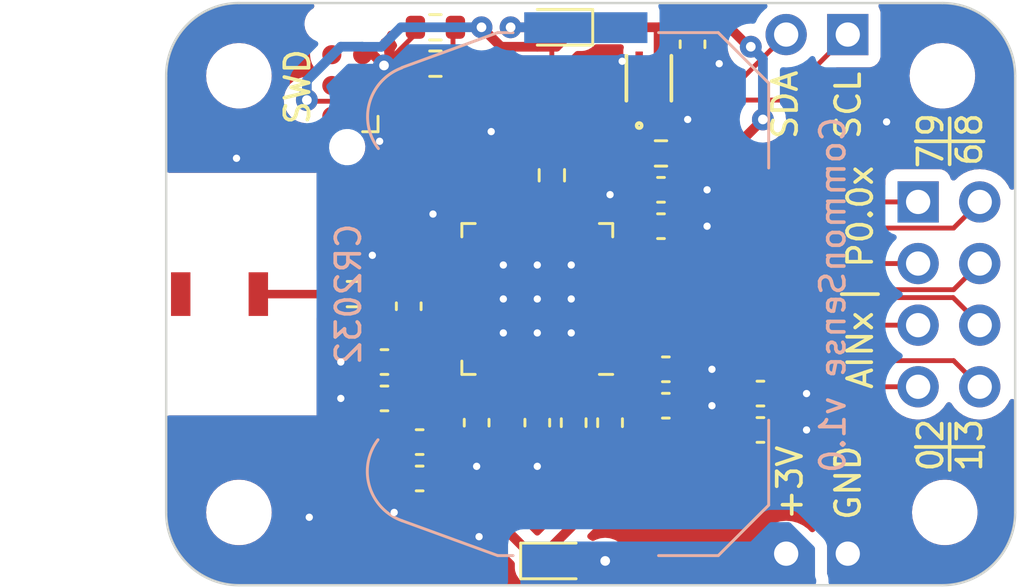
<source format=kicad_pcb>
(kicad_pcb (version 20221018) (generator pcbnew)
  (layers (0 "F.Cu" signal) (31 "B.Cu" signal) (34 "B.Paste" user) (35 "F.Paste" user) (36 "B.SilkS" user "B.Silkscreen") (37 "F.SilkS" user "F.Silkscreen") (38 "B.Mask" user) (39 "F.Mask" user) (44 "Edge.Cuts" user))
  (net 0 "")
  (net 1 "/RF")
  (net 2 "GND")
  (net 3 "/XL1")
  (net 4 "/XL2")
  (net 5 "/DEC1")
  (net 6 "/DEC4")
  (net 7 "/DEC3")
  (net 8 "/DEC2")
  (net 9 "/XC1")
  (net 10 "/XC2")
  (net 11 "/ANT")
  (net 12 "/LED_RES")
  (net 13 "/STATUS_LED")
  (net 14 "/P0.09")
  (net 15 "/P0.08")
  (net 16 "/P0.07")
  (net 17 "/P0.06")
  (net 18 "/AIN3")
  (net 19 "/AIN2")
  (net 20 "/AIN1")
  (net 21 "/AIN0")
  (net 32 "/SWDCLK")
  (net 33 "/SWDIO")
  (net 43 "/SDA")
  (net 44 "/SCL")
  (net 46 "/NRESET")
  (net 47 "/DCC")
  (net 48 "/L_MID")
  (net 49 "+BATT")
  (net 50 "+3V0")
  (footprint "Diode_SMD:D_0603_1608Metric" (layer "F.Cu") (at 152.1 57 180)
    (fp_text reference "D3" hide)
    (fp_text value "CDBU0130L-HF " hide)
    (fp_line (start -1.485 -0.735) (end -1.485 0.735) (stroke (width 0.12)) (layer "F.SilkS"))
    (fp_line (start -1.485 0.735) (end 0.8 0.735) (stroke (width 0.12)) (layer "F.SilkS"))
    (fp_line (start 0.8 -0.735) (end -1.485 -0.735) (stroke (width 0.12)) (layer "F.SilkS"))
    (pad "1" smd roundrect (at -0.7875 0 180) (size 0.875 0.95) (layers "F.Cu" "F.Paste" "F.Mask") (net 50 "+3V0"))
    (pad "2" smd roundrect (at 0.7875 0 180) (size 0.875 0.95) (layers "F.Cu" "F.Paste" "F.Mask") (net 49 "+BATT"))
  )
  (footprint "Connector_PinHeader_2.54mm:PinHeader_1x02_P2.54mm_Vertical" (layer "F.Cu") (at 164.1 78.7 -90)
    (fp_text reference "J2" hide)
    (fp_text value "Conn_01x02" hide)
    (pad "1" thru_hole rect locked (at 0 0 270) (size 1.7 1.7) (drill 1) (layers "*.Cu" "*.Mask") (net 2 "GND"))
    (pad "2" thru_hole oval locked (at 0 2.54 270) (size 1.7 1.7) (drill 1) (layers "*.Cu" "*.Mask") (net 49 "+BATT"))
  )
  (footprint "Capacitor_SMD:C_0603_1608Metric" (layer "F.Cu") (at 156.4 63.7 180)
    (fp_text reference "C14" hide)
    (fp_text value "1u" hide)
    (fp_line (start -0.14058 -0.51) (end 0.14058 -0.51) (stroke (width 0.12)) (layer "F.SilkS"))
    (fp_line (start -0.14058 0.51) (end 0.14058 0.51) (stroke (width 0.12)) (layer "F.SilkS"))
    (pad "1" smd roundrect (at -0.775 0 180) (size 0.9 0.95) (layers "F.Cu" "F.Paste" "F.Mask") (net 2 "GND"))
    (pad "2" smd roundrect (at 0.775 0 180) (size 0.9 0.95) (layers "F.Cu" "F.Paste" "F.Mask") (net 50 "+3V0"))
  )
  (footprint "Capacitor_SMD:C_0603_1608Metric" (layer "F.Cu") (at 145 70.8 180)
    (fp_text reference "C9" hide)
    (fp_text value "N.C." hide)
    (fp_line (start -0.14058 -0.51) (end 0.14058 -0.51) (stroke (width 0.12)) (layer "F.SilkS"))
    (fp_line (start -0.14058 0.51) (end 0.14058 0.51) (stroke (width 0.12)) (layer "F.SilkS"))
    (pad "1" smd roundrect (at -0.775 0 180) (size 0.9 0.95) (layers "F.Cu" "F.Paste" "F.Mask") (net 8 "/DEC2"))
    (pad "2" smd roundrect (at 0.775 0 180) (size 0.9 0.95) (layers "F.Cu" "F.Paste" "F.Mask") (net 2 "GND"))
  )
  (footprint "Capacitor_SMD:C_0603_1608Metric" (layer "F.Cu") (at 156.6 71.1 180)
    (fp_text reference "C3" hide)
    (fp_text value "100n" hide)
    (fp_line (start -0.14058 -0.51) (end 0.14058 -0.51) (stroke (width 0.12)) (layer "F.SilkS"))
    (fp_line (start -0.14058 0.51) (end 0.14058 0.51) (stroke (width 0.12)) (layer "F.SilkS"))
    (pad "1" smd roundrect (at -0.775 0 180) (size 0.9 0.95) (layers "F.Cu" "F.Paste" "F.Mask") (net 2 "GND"))
    (pad "2" smd roundrect (at 0.775 0 180) (size 0.9 0.95) (layers "F.Cu" "F.Paste" "F.Mask") (net 5 "/DEC1"))
  )
  (footprint "Diode_SMD:D_0603_1608Metric" (layer "F.Cu") (at 152.1 79)
    (fp_text reference "D2" hide)
    (fp_text value "CDBU0130L-HF " hide)
    (fp_line (start -1.485 -0.735) (end -1.485 0.735) (stroke (width 0.12)) (layer "F.SilkS"))
    (fp_line (start -1.485 0.735) (end 0.8 0.735) (stroke (width 0.12)) (layer "F.SilkS"))
    (fp_line (start 0.8 -0.735) (end -1.485 -0.735) (stroke (width 0.12)) (layer "F.SilkS"))
    (pad "1" smd roundrect (at -0.7875 0) (size 0.875 0.95) (layers "F.Cu" "F.Paste" "F.Mask") (net 50 "+3V0"))
    (pad "2" smd roundrect (at 0.7875 0) (size 0.875 0.95) (layers "F.Cu" "F.Paste" "F.Mask") (net 49 "+BATT"))
  )
  (footprint "MountingHole:MountingHole_2.2mm_M2" (layer "F.Cu") (at 168.1 77)
    (fp_text reference "H4" hide)
    (fp_text value "MountingHole" hide)
    (pad "" np_thru_hole circle locked (at 0 0) (size 2.2 2.2) (drill 2.2) (layers "*.Cu" "*.Mask"))
  )
  (footprint "Inductor_SMD:L_0603_1608Metric" (layer "F.Cu") (at 154.3 73.3 90)
    (fp_text reference "L3" hide)
    (fp_text value "10uH" hide)
    (fp_line (start -0.162779 -0.51) (end 0.162779 -0.51) (stroke (width 0.12)) (layer "F.SilkS"))
    (fp_line (start -0.162779 0.51) (end 0.162779 0.51) (stroke (width 0.12)) (layer "F.SilkS"))
    (pad "1" smd roundrect (at -0.7875 0 90) (size 0.875 0.95) (layers "F.Cu" "F.Paste" "F.Mask") (net 48 "/L_MID"))
    (pad "2" smd roundrect (at 0.7875 0 90) (size 0.875 0.95) (layers "F.Cu" "F.Paste" "F.Mask") (net 47 "/DCC"))
  )
  (footprint "MountingHole:MountingHole_2.2mm_M2" (layer "F.Cu") (at 139 77)
    (fp_text reference "H1" hide)
    (fp_text value "MountingHole" hide)
    (pad "" np_thru_hole circle locked (at 0 0) (size 2.2 2.2) (drill 2.2) (layers "*.Cu" "*.Mask"))
  )
  (footprint "Connector_PinHeader_2.54mm:PinHeader_2x04_P2.54mm_Vertical" (layer "F.Cu") (at 167 64.2)
    (fp_text reference "J1" hide)
    (fp_text value "Conn_02x04_Counter_Clockwise" hide)
    (pad "1" thru_hole rect locked (at 0 0) (size 1.7 1.7) (drill 1) (layers "*.Cu" "*.Mask") (net 14 "/P0.09"))
    (pad "2" thru_hole oval locked (at 2.54 0) (size 1.7 1.7) (drill 1) (layers "*.Cu" "*.Mask") (net 15 "/P0.08"))
    (pad "3" thru_hole oval locked (at 0 2.54) (size 1.7 1.7) (drill 1) (layers "*.Cu" "*.Mask") (net 16 "/P0.07"))
    (pad "4" thru_hole oval locked (at 2.54 2.54) (size 1.7 1.7) (drill 1) (layers "*.Cu" "*.Mask") (net 17 "/P0.06"))
    (pad "5" thru_hole oval locked (at 0 5.08) (size 1.7 1.7) (drill 1) (layers "*.Cu" "*.Mask") (net 19 "/AIN2"))
    (pad "6" thru_hole oval locked (at 2.54 5.08) (size 1.7 1.7) (drill 1) (layers "*.Cu" "*.Mask") (net 18 "/AIN3"))
    (pad "7" thru_hole oval locked (at 0 7.62) (size 1.7 1.7) (drill 1) (layers "*.Cu" "*.Mask") (net 21 "/AIN0"))
    (pad "8" thru_hole oval locked (at 2.54 7.62) (size 1.7 1.7) (drill 1) (layers "*.Cu" "*.Mask") (net 20 "/AIN1"))
  )
  (footprint "encyclopedia_galactica:ECS-.327-12.5-12R-TR" (layer "F.Cu") (at 159.776228 75.227211 180)
    (fp_text reference "Y1" hide)
    (fp_text value " ECS-.327-12.5-12R-TR " hide)
    (pad "1" smd rect (at -0.7 0 180) (size 0.6 1.1) (layers "F.Cu" "F.Paste" "F.Mask") (net 4 "/XL2"))
    (pad "2" smd rect (at 0.7 0 180) (size 0.6 1.1) (layers "F.Cu" "F.Paste" "F.Mask") (net 3 "/XL1"))
  )
  (footprint "MountingHole:MountingHole_2.2mm_M2" (layer "F.Cu") (at 139 59)
    (fp_text reference "H2" hide)
    (fp_text value "MountingHole" hide)
    (pad "" np_thru_hole circle locked (at 0 0) (size 2.2 2.2) (drill 2.2) (layers "*.Cu" "*.Mask"))
  )
  (footprint "Connector_PinHeader_2.54mm:PinHeader_1x02_P2.54mm_Vertical" (layer "F.Cu") (at 164.1 57.3 -90)
    (fp_text reference "J3" hide)
    (fp_text value "Conn_01x02" hide)
    (pad "1" thru_hole rect locked (at 0 0 270) (size 1.7 1.7) (drill 1) (layers "*.Cu" "*.Mask") (net 44 "/SCL"))
    (pad "2" thru_hole oval locked (at 0 2.54 270) (size 1.7 1.7) (drill 1) (layers "*.Cu" "*.Mask") (net 43 "/SDA"))
  )
  (footprint "Resistor_SMD:R_0603_1608Metric" (layer "F.Cu") (at 147.1 57)
    (fp_text reference "D1" hide)
    (fp_text value "LED" hide)
    (fp_line (start -0.237258 -0.5225) (end 0.237258 -0.5225) (stroke (width 0.12)) (layer "F.SilkS"))
    (fp_line (start -0.237258 0.5225) (end 0.237258 0.5225) (stroke (width 0.12)) (layer "F.SilkS"))
    (pad "1" smd roundrect (at -0.825 0) (size 0.8 0.95) (layers "F.Cu" "F.Paste" "F.Mask") (net 2 "GND"))
    (pad "2" smd roundrect (at 0.825 0) (size 0.8 0.95) (layers "F.Cu" "F.Paste" "F.Mask") (net 12 "/LED_RES"))
  )
  (footprint "Package_DFN_QFN:QFN-48-1EP_6x6mm_P0.4mm_EP4.6x4.6mm" (layer "F.Cu") (at 151.3 68.2 180)
    (fp_text reference "U1" hide)
    (fp_text value "NRF52810-QFAA-R7" hide)
    (fp_line (start -3.11 3.11) (end -3.11 2.56) (stroke (width 0.12)) (layer "F.SilkS"))
    (fp_line (start -2.56 -3.11) (end -3.11 -3.11) (stroke (width 0.12)) (layer "F.SilkS"))
    (fp_line (start -2.56 3.11) (end -3.11 3.11) (stroke (width 0.12)) (layer "F.SilkS"))
    (fp_line (start 2.56 -3.11) (end 3.11 -3.11) (stroke (width 0.12)) (layer "F.SilkS"))
    (fp_line (start 2.56 3.11) (end 3.11 3.11) (stroke (width 0.12)) (layer "F.SilkS"))
    (fp_line (start 3.11 -3.11) (end 3.11 -2.56) (stroke (width 0.12)) (layer "F.SilkS"))
    (fp_line (start 3.11 3.11) (end 3.11 2.56) (stroke (width 0.12)) (layer "F.SilkS"))
    (pad "1" smd roundrect (at -2.95 -2.2 180) (size 0.8 0.2) (layers "F.Cu" "F.Paste" "F.Mask") (net 5 "/DEC1"))
    (pad "2" smd roundrect (at -2.95 -1.8 180) (size 0.8 0.2) (layers "F.Cu" "F.Paste" "F.Mask") (net 3 "/XL1"))
    (pad "3" smd roundrect (at -2.95 -1.4 180) (size 0.8 0.2) (layers "F.Cu" "F.Paste" "F.Mask") (net 4 "/XL2"))
    (pad "4" smd roundrect (at -2.95 -1 180) (size 0.8 0.2) (layers "F.Cu" "F.Paste" "F.Mask") (net 21 "/AIN0"))
    (pad "5" smd roundrect (at -2.95 -0.6 180) (size 0.8 0.2) (layers "F.Cu" "F.Paste" "F.Mask") (net 20 "/AIN1"))
    (pad "6" smd roundrect (at -2.95 -0.2 180) (size 0.8 0.2) (layers "F.Cu" "F.Paste" "F.Mask") (net 19 "/AIN2"))
    (pad "7" smd roundrect (at -2.95 0.2 180) (size 0.8 0.2) (layers "F.Cu" "F.Paste" "F.Mask") (net 18 "/AIN3"))
    (pad "8" smd roundrect (at -2.95 0.6 180) (size 0.8 0.2) (layers "F.Cu" "F.Paste" "F.Mask") (net 17 "/P0.06"))
    (pad "9" smd roundrect (at -2.95 1 180) (size 0.8 0.2) (layers "F.Cu" "F.Paste" "F.Mask") (net 16 "/P0.07"))
    (pad "10" smd roundrect (at -2.95 1.4 180) (size 0.8 0.2) (layers "F.Cu" "F.Paste" "F.Mask") (net 15 "/P0.08"))
    (pad "11" smd roundrect (at -2.95 1.8 180) (size 0.8 0.2) (layers "F.Cu" "F.Paste" "F.Mask") (net 14 "/P0.09"))
    (pad "12" smd roundrect (at -2.95 2.2 180) (size 0.8 0.2) (layers "F.Cu" "F.Paste" "F.Mask"))
    (pad "13" smd roundrect (at -2.2 2.95 180) (size 0.2 0.8) (layers "F.Cu" "F.Paste" "F.Mask") (net 50 "+3V0"))
    (pad "14" smd roundrect (at -1.8 2.95 180) (size 0.2 0.8) (layers "F.Cu" "F.Paste" "F.Mask"))
    (pad "15" smd roundrect (at -1.4 2.95 180) (size 0.2 0.8) (layers "F.Cu" "F.Paste" "F.Mask"))
    (pad "16" smd roundrect (at -1 2.95 180) (size 0.2 0.8) (layers "F.Cu" "F.Paste" "F.Mask") (net 44 "/SCL"))
    (pad "17" smd roundrect (at -0.6 2.95 180) (size 0.2 0.8) (layers "F.Cu" "F.Paste" "F.Mask") (net 43 "/SDA"))
    (pad "18" smd roundrect (at -0.2 2.95 180) (size 0.2 0.8) (layers "F.Cu" "F.Paste" "F.Mask"))
    (pad "19" smd roundrect (at 0.2 2.95 180) (size 0.2 0.8) (layers "F.Cu" "F.Paste" "F.Mask"))
    (pad "20" smd roundrect (at 0.6 2.95 180) (size 0.2 0.8) (layers "F.Cu" "F.Paste" "F.Mask"))
    (pad "21" smd roundrect (at 1 2.95 180) (size 0.2 0.8) (layers "F.Cu" "F.Paste" "F.Mask"))
    (pad "22" smd roundrect (at 1.4 2.95 180) (size 0.2 0.8) (layers "F.Cu" "F.Paste" "F.Mask"))
    (pad "23" smd roundrect (at 1.8 2.95 180) (size 0.2 0.8) (layers "F.Cu" "F.Paste" "F.Mask") (net 13 "/STATUS_LED"))
    (pad "24" smd roundrect (at 2.2 2.95 180) (size 0.2 0.8) (layers "F.Cu" "F.Paste" "F.Mask") (net 46 "/NRESET"))
    (pad "25" smd roundrect (at 2.95 2.2 180) (size 0.8 0.2) (layers "F.Cu" "F.Paste" "F.Mask") (net 32 "/SWDCLK"))
    (pad "26" smd roundrect (at 2.95 1.8 180) (size 0.8 0.2) (layers "F.Cu" "F.Paste" "F.Mask") (net 33 "/SWDIO"))
    (pad "27" smd roundrect (at 2.95 1.4 180) (size 0.8 0.2) (layers "F.Cu" "F.Paste" "F.Mask"))
    (pad "28" smd roundrect (at 2.95 1 180) (size 0.8 0.2) (layers "F.Cu" "F.Paste" "F.Mask"))
    (pad "29" smd roundrect (at 2.95 0.6 180) (size 0.8 0.2) (layers "F.Cu" "F.Paste" "F.Mask"))
    (pad "30" smd roundrect (at 2.95 0.2 180) (size 0.8 0.2) (layers "F.Cu" "F.Paste" "F.Mask") (net 11 "/ANT"))
    (pad "31" smd roundrect (at 2.95 -0.2 180) (size 0.8 0.2) (layers "F.Cu" "F.Paste" "F.Mask") (net 2 "GND"))
    (pad "32" smd roundrect (at 2.95 -0.6 180) (size 0.8 0.2) (layers "F.Cu" "F.Paste" "F.Mask") (net 8 "/DEC2"))
    (pad "33" smd roundrect (at 2.95 -1 180) (size 0.8 0.2) (layers "F.Cu" "F.Paste" "F.Mask") (net 7 "/DEC3"))
    (pad "34" smd roundrect (at 2.95 -1.4 180) (size 0.8 0.2) (layers "F.Cu" "F.Paste" "F.Mask") (net 10 "/XC2"))
    (pad "35" smd roundrect (at 2.95 -1.8 180) (size 0.8 0.2) (layers "F.Cu" "F.Paste" "F.Mask") (net 9 "/XC1"))
    (pad "36" smd roundrect (at 2.95 -2.2 180) (size 0.8 0.2) (layers "F.Cu" "F.Paste" "F.Mask") (net 50 "+3V0"))
    (pad "37" smd roundrect (at 2.2 -2.95 180) (size 0.2 0.8) (layers "F.Cu" "F.Paste" "F.Mask"))
    (pad "38" smd roundrect (at 1.8 -2.95 180) (size 0.2 0.8) (layers "F.Cu" "F.Paste" "F.Mask"))
    (pad "39" smd roundrect (at 1.4 -2.95 180) (size 0.2 0.8) (layers "F.Cu" "F.Paste" "F.Mask"))
    (pad "40" smd roundrect (at 1 -2.95 180) (size 0.2 0.8) (layers "F.Cu" "F.Paste" "F.Mask"))
    (pad "41" smd roundrect (at 0.6 -2.95 180) (size 0.2 0.8) (layers "F.Cu" "F.Paste" "F.Mask"))
    (pad "42" smd roundrect (at 0.2 -2.95 180) (size 0.2 0.8) (layers "F.Cu" "F.Paste" "F.Mask"))
    (pad "43" smd roundrect (at -0.2 -2.95 180) (size 0.2 0.8) (layers "F.Cu" "F.Paste" "F.Mask"))
    (pad "44" smd roundrect (at -0.6 -2.95 180) (size 0.2 0.8) (layers "F.Cu" "F.Paste" "F.Mask"))
    (pad "45" smd roundrect (at -1 -2.95 180) (size 0.2 0.8) (layers "F.Cu" "F.Paste" "F.Mask") (net 2 "GND"))
    (pad "46" smd roundrect (at -1.4 -2.95 180) (size 0.2 0.8) (layers "F.Cu" "F.Paste" "F.Mask") (net 6 "/DEC4"))
    (pad "47" smd roundrect (at -1.8 -2.95 180) (size 0.2 0.8) (layers "F.Cu" "F.Paste" "F.Mask") (net 47 "/DCC"))
    (pad "48" smd roundrect (at -2.2 -2.95 180) (size 0.2 0.8) (layers "F.Cu" "F.Paste" "F.Mask") (net 50 "+3V0"))
    (pad "49" smd rect (at 0 0 180) (size 4.6 4.6) (layers "F.Cu" "F.Mask") (net 2 "GND"))
  )
  (footprint "Capacitor_SMD:C_0603_1608Metric" (layer "F.Cu") (at 145 72.3 180)
    (fp_text reference "C8" hide)
    (fp_text value "100pF" hide)
    (fp_line (start -0.14058 -0.51) (end 0.14058 -0.51) (stroke (width 0.12)) (layer "F.SilkS"))
    (fp_line (start -0.14058 0.51) (end 0.14058 0.51) (stroke (width 0.12)) (layer "F.SilkS"))
    (pad "1" smd roundrect (at -0.775 0 180) (size 0.9 0.95) (layers "F.Cu" "F.Paste" "F.Mask") (net 7 "/DEC3"))
    (pad "2" smd roundrect (at 0.775 0 180) (size 0.9 0.95) (layers "F.Cu" "F.Paste" "F.Mask") (net 2 "GND"))
  )
  (footprint "Capacitor_SMD:C_0603_1608Metric" (layer "F.Cu") (at 156.6 72.6 180)
    (fp_text reference "C5" hide)
    (fp_text value "4u7" hide)
    (fp_line (start -0.14058 -0.51) (end 0.14058 -0.51) (stroke (width 0.12)) (layer "F.SilkS"))
    (fp_line (start -0.14058 0.51) (end 0.14058 0.51) (stroke (width 0.12)) (layer "F.SilkS"))
    (pad "1" smd roundrect (at -0.775 0 180) (size 0.9 0.95) (layers "F.Cu" "F.Paste" "F.Mask") (net 2 "GND"))
    (pad "2" smd roundrect (at 0.775 0 180) (size 0.9 0.95) (layers "F.Cu" "F.Paste" "F.Mask") (net 50 "+3V0"))
  )
  (footprint "Capacitor_SMD:C_0603_1608Metric" (layer "F.Cu") (at 146.45 74.1 180)
    (fp_text reference "C11" hide)
    (fp_text value "12pF" hide)
    (fp_line (start -0.14058 -0.51) (end 0.14058 -0.51) (stroke (width 0.12)) (layer "F.SilkS"))
    (fp_line (start -0.14058 0.51) (end 0.14058 0.51) (stroke (width 0.12)) (layer "F.SilkS"))
    (pad "1" smd roundrect (at -0.775 0 180) (size 0.9 0.95) (layers "F.Cu" "F.Paste" "F.Mask") (net 10 "/XC2"))
    (pad "2" smd roundrect (at 0.775 0 180) (size 0.9 0.95) (layers "F.Cu" "F.Paste" "F.Mask") (net 2 "GND"))
  )
  (footprint "Resistor_SMD:R_0603_1608Metric" (layer "F.Cu") (at 151.9 63.1 -90)
    (fp_text reference "R4" hide)
    (fp_text value "10k" hide)
    (fp_line (start -0.237258 -0.5225) (end 0.237258 -0.5225) (stroke (width 0.12)) (layer "F.SilkS"))
    (fp_line (start -0.237258 0.5225) (end 0.237258 0.5225) (stroke (width 0.12)) (layer "F.SilkS"))
    (pad "1" smd roundrect (at -0.825 0 270) (size 0.8 0.95) (layers "F.Cu" "F.Paste" "F.Mask") (net 50 "+3V0"))
    (pad "2" smd roundrect (at 0.825 0 270) (size 0.8 0.95) (layers "F.Cu" "F.Paste" "F.Mask") (net 43 "/SDA"))
  )
  (footprint "Connector:Tag-Connect_TC2030-IDC-NL_2x03_P1.27mm_Vertical" (layer "F.Cu") (at 143.465 59.4 90)
    (fp_text reference "J5" hide)
    (fp_text value "Conn_ARM_SWD_TagConnect_TC2030-NL" hide)
    (fp_line (start -1.905 1.27) (end -1.905 0.635) (stroke (width 0.12)) (layer "F.SilkS"))
    (fp_line (start -1.27 1.27) (end -1.905 1.27) (stroke (width 0.12)) (layer "F.SilkS"))
    (pad "" np_thru_hole circle (at -2.54 0 90) (size 0.9906 0.9906) (drill 0.9906) (layers "*.Cu" "*.Mask"))
    (pad "" np_thru_hole circle (at 2.54 -1.016 90) (size 0.9906 0.9906) (drill 0.9906) (layers "*.Cu" "*.Mask"))
    (pad "" np_thru_hole circle (at 2.54 1.016 90) (size 0.9906 0.9906) (drill 0.9906) (layers "*.Cu" "*.Mask"))
    (pad "1" connect circle (at -1.27 0.635 90) (size 0.7874 0.7874) (layers "F.Cu" "F.Mask") (net 50 "+3V0"))
    (pad "2" connect circle (at -1.27 -0.635 90) (size 0.7874 0.7874) (layers "F.Cu" "F.Mask") (net 33 "/SWDIO"))
    (pad "3" connect circle (at 0 0.635 90) (size 0.7874 0.7874) (layers "F.Cu" "F.Mask") (net 46 "/NRESET"))
    (pad "4" connect circle (at 0 -0.635 90) (size 0.7874 0.7874) (layers "F.Cu" "F.Mask") (net 32 "/SWDCLK"))
    (pad "5" connect circle (at 1.27 0.635 90) (size 0.7874 0.7874) (layers "F.Cu" "F.Mask") (net 2 "GND"))
    (pad "6" connect circle (at 1.27 -0.635 90) (size 0.7874 0.7874) (layers "F.Cu" "F.Mask"))
    (zone (net 0) (net_name "") (layer "F.Cu") (connect_pads (clearance 0)) (min_thickness 0.254)
      (keepout (tracks allowed) (vias not_allowed) (pads allowed) (copperpour not_allowed) (footprints not_allowed))
      (fill (thermal_gap 0.508) (thermal_bridge_width 0.508))
      (polygon (pts (xy 142.83 58.13) (xy 142.83 60.67) (xy 144.1 60.67) (xy 144.1 58.13)))
    )
  )
  (footprint "Resistor_SMD:R_0603_1608Metric" (layer "F.Cu") (at 147.1 58.5)
    (fp_text reference "R1" hide)
    (fp_text value "R" hide)
    (fp_line (start -0.237258 -0.5225) (end 0.237258 -0.5225) (stroke (width 0.12)) (layer "F.SilkS"))
    (fp_line (start -0.237258 0.5225) (end 0.237258 0.5225) (stroke (width 0.12)) (layer "F.SilkS"))
    (pad "1" smd roundrect (at -0.825 0) (size 0.8 0.95) (layers "F.Cu" "F.Paste" "F.Mask") (net 13 "/STATUS_LED"))
    (pad "2" smd roundrect (at 0.825 0) (size 0.8 0.95) (layers "F.Cu" "F.Paste" "F.Mask") (net 12 "/LED_RES"))
  )
  (footprint "MountingHole:MountingHole_2.2mm_M2" (layer "F.Cu") (at 168 59)
    (fp_text reference "H3" hide)
    (fp_text value "MountingHole" hide)
    (pad "" np_thru_hole circle locked (at 0 0) (size 2.2 2.2) (drill 2.2) (layers "*.Cu" "*.Mask"))
  )
  (footprint "Resistor_SMD:R_0603_1608Metric" (layer "F.Cu") (at 143.7 68 180)
    (fp_text reference "L1" hide)
    (fp_text value "3.9nH" hide)
    (fp_line (start -0.237258 -0.5225) (end 0.237258 -0.5225) (stroke (width 0.12)) (layer "F.SilkS"))
    (fp_line (start -0.237258 0.5225) (end 0.237258 0.5225) (stroke (width 0.12)) (layer "F.SilkS"))
    (pad "1" smd roundrect (at -0.825 0 180) (size 0.8 0.95) (layers "F.Cu" "F.Paste" "F.Mask") (net 11 "/ANT"))
    (pad "2" smd roundrect (at 0.825 0 180) (size 0.8 0.95) (layers "F.Cu" "F.Paste" "F.Mask") (net 1 "/RF"))
  )
  (footprint "Resistor_SMD:R_0603_1608Metric" (layer "F.Cu") (at 156.4 62.2)
    (fp_text reference "R3" hide)
    (fp_text value "10k" hide)
    (fp_line (start -0.237258 -0.5225) (end 0.237258 -0.5225) (stroke (width 0.12)) (layer "F.SilkS"))
    (fp_line (start -0.237258 0.5225) (end 0.237258 0.5225) (stroke (width 0.12)) (layer "F.SilkS"))
    (pad "1" smd roundrect (at -0.825 0) (size 0.8 0.95) (layers "F.Cu" "F.Paste" "F.Mask") (net 44 "/SCL"))
    (pad "2" smd roundrect (at 0.825 0) (size 0.8 0.95) (layers "F.Cu" "F.Paste" "F.Mask") (net 50 "+3V0"))
  )
  (footprint "Capacitor_SMD:C_0603_1608Metric" (layer "F.Cu") (at 148.8 73.3 90)
    (fp_text reference "C7" hide)
    (fp_text value "100n" hide)
    (fp_line (start -0.14058 -0.51) (end 0.14058 -0.51) (stroke (width 0.12)) (layer "F.SilkS"))
    (fp_line (start -0.14058 0.51) (end 0.14058 0.51) (stroke (width 0.12)) (layer "F.SilkS"))
    (pad "1" smd roundrect (at -0.775 0 90) (size 0.9 0.95) (layers "F.Cu" "F.Paste" "F.Mask") (net 2 "GND"))
    (pad "2" smd roundrect (at 0.775 0 90) (size 0.9 0.95) (layers "F.Cu" "F.Paste" "F.Mask") (net 50 "+3V0"))
  )
  (footprint "Capacitor_SMD:C_0603_1608Metric" (layer "F.Cu") (at 157.7 57.7 -90)
    (fp_text reference "C13" hide)
    (fp_text value "100n" hide)
    (fp_line (start -0.14058 -0.51) (end 0.14058 -0.51) (stroke (width 0.12)) (layer "F.SilkS"))
    (fp_line (start -0.14058 0.51) (end 0.14058 0.51) (stroke (width 0.12)) (layer "F.SilkS"))
    (pad "1" smd roundrect (at -0.775 0 270) (size 0.9 0.95) (layers "F.Cu" "F.Paste" "F.Mask") (net 50 "+3V0"))
    (pad "2" smd roundrect (at 0.775 0 270) (size 0.9 0.95) (layers "F.Cu" "F.Paste" "F.Mask") (net 2 "GND"))
  )
  (footprint "Capacitor_SMD:C_0603_1608Metric" (layer "F.Cu") (at 160.5 73.6)
    (fp_text reference "C2" hide)
    (fp_text value "12pF" hide)
    (fp_line (start -0.14058 -0.51) (end 0.14058 -0.51) (stroke (width 0.12)) (layer "F.SilkS"))
    (fp_line (start -0.14058 0.51) (end 0.14058 0.51) (stroke (width 0.12)) (layer "F.SilkS"))
    (pad "1" smd roundrect (at -0.775 0) (size 0.9 0.95) (layers "F.Cu" "F.Paste" "F.Mask") (net 4 "/XL2"))
    (pad "2" smd roundrect (at 0.775 0) (size 0.9 0.95) (layers "F.Cu" "F.Paste" "F.Mask") (net 2 "GND"))
  )
  (footprint "Capacitor_SMD:C_0603_1608Metric" (layer "F.Cu") (at 156.4 65.2 180)
    (fp_text reference "C4" hide)
    (fp_text value "100n" hide)
    (fp_line (start -0.14058 -0.51) (end 0.14058 -0.51) (stroke (width 0.12)) (layer "F.SilkS"))
    (fp_line (start -0.14058 0.51) (end 0.14058 0.51) (stroke (width 0.12)) (layer "F.SilkS"))
    (pad "1" smd roundrect (at -0.775 0 180) (size 0.9 0.95) (layers "F.Cu" "F.Paste" "F.Mask") (net 2 "GND"))
    (pad "2" smd roundrect (at 0.775 0 180) (size 0.9 0.95) (layers "F.Cu" "F.Paste" "F.Mask") (net 50 "+3V0"))
  )
  (footprint "encyclopedia_galactica:DFN4_SHT41_SEN" (layer "F.Cu") (at 155.9 59.1 90)
    (fp_text reference "U2" hide)
    (fp_text value "SHT41-AD1B-R2" hide)
    (fp_line (start -0.9271 0.9271) (end 0.9271 0.9271) (stroke (width 0.1524)) (layer "F.SilkS"))
    (fp_line (start 0.9271 -0.9271) (end -0.9271 -0.9271) (stroke (width 0.1524)) (layer "F.SilkS"))
    (fp_circle (center -1.950999 -0.40005) (end -1.849399 -0.40005) (stroke (width 0.1524)) (fill none) (layer "F.SilkS"))
    (pad "1" smd rect (at -0.7469 -0.40005 90) (size 0.706399 0.3056) (layers "F.Cu" "F.Paste" "F.Mask") (net 43 "/SDA"))
    (pad "2" smd rect (at -0.7469 0.40005 90) (size 0.706399 0.3056) (layers "F.Cu" "F.Paste" "F.Mask") (net 44 "/SCL"))
    (pad "3" smd rect (at 0.7469 0.40005 90) (size 0.706399 0.3056) (layers "F.Cu" "F.Paste" "F.Mask") (net 50 "+3V0"))
    (pad "4" smd rect (at 0.7469 -0.40005 90) (size 0.706399 0.3056) (layers "F.Cu" "F.Paste" "F.Mask") (net 2 "GND"))
  )
  (footprint "Capacitor_SMD:C_0603_1608Metric" (layer "F.Cu") (at 160.5 72.1)
    (fp_text reference "C1" hide)
    (fp_text value "12pF" hide)
    (fp_line (start -0.14058 -0.51) (end 0.14058 -0.51) (stroke (width 0.12)) (layer "F.SilkS"))
    (fp_line (start -0.14058 0.51) (end 0.14058 0.51) (stroke (width 0.12)) (layer "F.SilkS"))
    (pad "1" smd roundrect (at -0.775 0) (size 0.9 0.95) (layers "F.Cu" "F.Paste" "F.Mask") (net 3 "/XL1"))
    (pad "2" smd roundrect (at 0.775 0) (size 0.9 0.95) (layers "F.Cu" "F.Paste" "F.Mask") (net 2 "GND"))
  )
  (footprint "Inductor_SMD:L_0603_1608Metric" (layer "F.Cu") (at 152.8 73.3 -90)
    (fp_text reference "L2" hide)
    (fp_text value "15nH" hide)
    (fp_line (start -0.162779 -0.51) (end 0.162779 -0.51) (stroke (width 0.12)) (layer "F.SilkS"))
    (fp_line (start -0.162779 0.51) (end 0.162779 0.51) (stroke (width 0.12)) (layer "F.SilkS"))
    (pad "1" smd roundrect (at -0.7875 0 270) (size 0.875 0.95) (layers "F.Cu" "F.Paste" "F.Mask") (net 6 "/DEC4"))
    (pad "2" smd roundrect (at 0.7875 0 270) (size 0.875 0.95) (layers "F.Cu" "F.Paste" "F.Mask") (net 48 "/L_MID"))
  )
  (footprint "encyclopedia_galactica:ABM11W-30.0000MHZ-7-D1X-T3" (layer "F.Cu") (at 147.1625 77.5)
    (fp_text reference "Y2" hide)
    (fp_text value "ABM11W-32.0000MHZ-7-D1X-T3 " hide)
    (pad "1" smd rect (at -0.637 -0.487 90) (size 0.775 0.875) (layers "F.Cu" "F.Paste" "F.Mask") (net 2 "GND"))
    (pad "2" smd rect (at 0.637 -0.487 90) (size 0.775 0.875) (layers "F.Cu" "F.Paste" "F.Mask") (net 9 "/XC1"))
    (pad "3" smd rect (at -0.637 0.487 90) (size 0.775 0.875) (layers "F.Cu" "F.Paste" "F.Mask") (net 10 "/XC2"))
    (pad "4" smd rect (at 0.637 0.487 90) (size 0.775 0.875) (layers "F.Cu" "F.Paste" "F.Mask") (net 2 "GND"))
  )
  (footprint "Capacitor_SMD:C_0603_1608Metric" (layer "F.Cu") (at 146 68.5 90)
    (fp_text reference "C12" hide)
    (fp_text value "0.8pF" hide)
    (fp_line (start -0.14058 -0.51) (end 0.14058 -0.51) (stroke (width 0.12)) (layer "F.SilkS"))
    (fp_line (start -0.14058 0.51) (end 0.14058 0.51) (stroke (width 0.12)) (layer "F.SilkS"))
    (pad "1" smd roundrect (at -0.775 0 90) (size 0.9 0.95) (layers "F.Cu" "F.Paste" "F.Mask") (net 2 "GND"))
    (pad "2" smd roundrect (at 0.775 0 90) (size 0.9 0.95) (layers "F.Cu" "F.Paste" "F.Mask") (net 11 "/ANT"))
  )
  (footprint "Capacitor_SMD:C_0603_1608Metric" (layer "F.Cu") (at 151.3 73.3 -90)
    (fp_text reference "C6" hide)
    (fp_text value "1u" hide)
    (fp_line (start -0.14058 -0.51) (end 0.14058 -0.51) (stroke (width 0.12)) (layer "F.SilkS"))
    (fp_line (start -0.14058 0.51) (end 0.14058 0.51) (stroke (width 0.12)) (layer "F.SilkS"))
    (pad "1" smd roundrect (at -0.775 0 270) (size 0.9 0.95) (layers "F.Cu" "F.Paste" "F.Mask") (net 6 "/DEC4"))
    (pad "2" smd roundrect (at 0.775 0 270) (size 0.9 0.95) (layers "F.Cu" "F.Paste" "F.Mask") (net 2 "GND"))
  )
  (footprint "encyclopedia_galactica:2108838-1" (layer "F.Cu") (at 135.7 68)
    (fp_text reference "AE1" hide)
    (fp_text value "2108838-1" hide)
    (pad "1" smd rect locked (at 4.1 0) (size 0.8 1.8) (layers "F.Cu" "F.Paste" "F.Mask") (net 1 "/RF"))
    (pad "2" smd rect locked (at 0.9 0) (size 0.8 1.8) (layers "F.Cu" "F.Paste" "F.Mask"))
    (zone (net 0) (net_name "") (layers "*.Cu") (connect_pads (clearance 0)) (min_thickness 0.25)
      (keepout (tracks allowed) (vias not_allowed) (pads allowed) (copperpour not_allowed) (footprints not_allowed))
      (fill (thermal_gap 0.5) (thermal_bridge_width 0.5))
      (polygon (pts (xy 129.2 63) (xy 129.2 73) (xy 142.2 73) (xy 142.2 63)))
    )
  )
  (footprint "Capacitor_SMD:C_0603_1608Metric" (layer "F.Cu") (at 146.45 75.6 180)
    (fp_text reference "C10" hide)
    (fp_text value "12pF" hide)
    (fp_line (start -0.14058 -0.51) (end 0.14058 -0.51) (stroke (width 0.12)) (layer "F.SilkS"))
    (fp_line (start -0.14058 0.51) (end 0.14058 0.51) (stroke (width 0.12)) (layer "F.SilkS"))
    (pad "1" smd roundrect (at -0.775 0 180) (size 0.9 0.95) (layers "F.Cu" "F.Paste" "F.Mask") (net 9 "/XC1"))
    (pad "2" smd roundrect (at 0.775 0 180) (size 0.9 0.95) (layers "F.Cu" "F.Paste" "F.Mask") (net 2 "GND"))
  )
  (footprint "Battery:BatteryHolder_Keystone_3034_1x20mm" (layer "B.Cu") (at 153.3 68 90)
    (fp_text reference "BT1" hide)
    (fp_text value "3034" hide)
    (fp_line (start -10.78 -3.63) (end -9.34 -7.58) (stroke (width 0.12)) (layer "B.SilkS"))
    (fp_line (start -10.78 -3) (end -10.78 -3.63) (stroke (width 0.12)) (layer "B.SilkS"))
    (fp_line (start -10.78 5.46) (end -10.78 3) (stroke (width 0.12)) (layer "B.SilkS"))
    (fp_line (start -8.7 7.54) (end -10.78 5.46) (stroke (width 0.12)) (layer "B.SilkS"))
    (fp_line (start -5.2 7.54) (end -8.7 7.54) (stroke (width 0.12)) (layer "B.SilkS"))
    (fp_line (start 8.7 7.54) (end 5.2 7.54) (stroke (width 0.12)) (layer "B.SilkS"))
    (fp_line (start 8.7 7.54) (end 10.78 5.46) (stroke (width 0.12)) (layer "B.SilkS"))
    (fp_line (start 10.78 -3.63) (end 9.34 -7.58) (stroke (width 0.12)) (layer "B.SilkS"))
    (fp_line (start 10.78 -3) (end 10.78 -3.63) (stroke (width 0.12)) (layer "B.SilkS"))
    (fp_line (start 10.78 5.46) (end 10.78 3) (stroke (width 0.12)) (layer "B.SilkS"))
    (fp_arc (start -9.34 -7.58) (mid -7.921654 -8.918738) (end -6.003354 -8.56653) (stroke (width 0.12)) (layer "B.SilkS"))
    (fp_arc (start 6 -8.55) (mid 7.90634 -8.911669) (end 9.325243 -7.588169) (stroke (width 0.12)) (layer "B.SilkS"))
    (pad "1" smd rect (at -10.985 0 90) (size 1.27 5.08) (layers "B.Cu" "B.Paste" "B.Mask") (net 49 "+BATT"))
    (pad "1" smd rect (at 10.985 0 90) (size 1.27 5.08) (layers "B.Cu" "B.Paste" "B.Mask") (net 49 "+BATT"))
    (pad "2" smd circle (at 0 0 90) (size 17.8 17.8) (layers "B.Cu" "B.Mask") (net 2 "GND"))
  )
  (gr_line (start 168.3 75.25) (end 168.3 73.35) (stroke (width 0.15)) (layer "F.SilkS"))
  (gr_line (start 165.35 68) (end 163.85 68) (stroke (width 0.15)) (layer "F.SilkS"))
  (gr_line (start 168.3 62.65) (end 168.3 60.75) (stroke (width 0.15)) (layer "F.SilkS"))
  (gr_line (start 166.9 74.3) (end 169.7 74.3) (stroke (width 0.15)) (layer "F.SilkS"))
  (gr_line (start 166.9 61.7) (end 169.7 61.7) (stroke (width 0.15)) (layer "F.SilkS"))
  (gr_line locked (start 168.000001 80.000001) (end 139 80) (stroke (width 0.1)) (layer "Edge.Cuts"))
  (gr_line locked (start 171 59) (end 171 77) (stroke (width 0.1)) (layer "Edge.Cuts"))
  (gr_arc locked (start 138.999999 80.000001) (mid 136.878679 79.121321) (end 135.999999 77.000001) (stroke (width 0.1)) (layer "Edge.Cuts"))
  (gr_arc locked (start 168 56) (mid 170.12132 56.87868) (end 171 59) (stroke (width 0.1)) (layer "Edge.Cuts"))
  (gr_arc locked (start 135.999999 58.999999) (mid 136.878679 56.878679) (end 138.999999 55.999999) (stroke (width 0.1)) (layer "Edge.Cuts"))
  (gr_line locked (start 139 56) (end 168 56) (stroke (width 0.1)) (layer "Edge.Cuts"))
  (gr_arc locked (start 171.000001 77.000001) (mid 170.121321 79.121321) (end 168.000001 80.000001) (stroke (width 0.1)) (layer "Edge.Cuts"))
  (gr_line locked (start 136 77) (end 136 59) (stroke (width 0.1)) (layer "Edge.Cuts"))
  (gr_text "CommonSense v1.0" (at 162.9 60.6 90) (layer "B.SilkS") (effects (font (size 1 1)) (justify left top mirror)))
  (gr_text "CR2032" (at 144.1 65 90) (layer "B.SilkS") (effects (font (size 1 1)) (justify left bottom mirror)))
  (gr_text "7" (at 168.1 62.9 90) (layer "F.SilkS") (effects (font (size 1 1)) (justify left bottom)))
  (gr_text "SCL" (at 164.7 61.7 90) (layer "F.SilkS") (effects (font (size 1 1)) (justify left bottom)))
  (gr_text "SDA" (at 162.1 61.7 90) (layer "F.SilkS") (effects (font (size 1 1)) (justify left bottom)))
  (gr_text "P0.0x" (at 165.2 67 90) (layer "F.SilkS") (effects (font (size 1 1)) (justify left bottom)))
  (gr_text "+3V" (at 162.3 77.4 90) (layer "F.SilkS") (effects (font (size 1 1)) (justify left bottom)))
  (gr_text "6" (at 169.7 62.8 90) (layer "F.SilkS") (effects (font (size 1 1)) (justify left bottom)))
  (gr_text "SWD" (at 142 61.1 90) (layer "F.SilkS") (effects (font (size 1 1)) (justify left bottom)))
  (gr_text "GND" (at 164.7 77.4 90) (layer "F.SilkS") (effects (font (size 1 1)) (justify left bottom)))
  (gr_text "0" (at 168.1 75.4 90) (layer "F.SilkS") (effects (font (size 1 1)) (justify left bottom)))
  (gr_text "AINx" (at 165.2 72 90) (layer "F.SilkS") (effects (font (size 1 1)) (justify left bottom)))
  (gr_text "3" (at 169.7 74.2 90) (layer "F.SilkS") (effects (font (size 1 1)) (justify left bottom)))
  (gr_text "9" (at 168.1 61.6 90) (layer "F.SilkS") (effects (font (size 1 1)) (justify left bottom)))
  (gr_text "2" (at 168.1 74.2 90) (layer "F.SilkS") (effects (font (size 1 1)) (justify left bottom)))
  (gr_text "8" (at 169.7 61.6 90) (layer "F.SilkS") (effects (font (size 1 1)) (justify left bottom)))
  (gr_text "1" (at 169.7 75.4 90) (layer "F.SilkS") (effects (font (size 1 1)) (justify left bottom)))
  (segment (start 142.875 68) (end 139.8 68) (width 0.35) (layer "F.Cu") (net 1))
  (segment (start 144.980937 58.5742) (end 144.536737 58.13) (width 0.4) (layer "F.Cu") (net 2))
  (segment (start 144.536737 58.13) (end 144.1 58.13) (width 0.4) (layer "F.Cu") (net 2))
  (segment (start 154.8 58.4) (end 155.45305 58.4) (width 0.4) (layer "F.Cu") (net 2))
  (segment (start 158.775 58.475) (end 157.7 58.475) (width 0.25) (layer "F.Cu") (net 2))
  (segment (start 155.45305 58.4) (end 155.49995 58.3531) (width 0.4) (layer "F.Cu") (net 2))
  (segment (start 148.887 77.987) (end 148.9 78) (width 0.4) (layer "F.Cu") (net 2))
  (segment (start 149.7 68.4) (end 149.9 68.2) (width 0.2) (layer "F.Cu") (net 2))
  (segment (start 152.3 69.2) (end 151.3 68.2) (width 0.2) (layer "F.Cu") (net 2))
  (segment (start 161.275 73.6) (end 162.4 73.6) (width 0.4) (layer "F.Cu") (net 2))
  (segment (start 157.175 65.2) (end 158.3 65.2) (width 0.4) (layer "F.Cu") (net 2))
  (segment (start 157.175 63.7) (end 158.3 63.7) (width 0.4) (layer "F.Cu") (net 2))
  (segment (start 158.8 58.5) (end 158.775 58.475) (width 0.25) (layer "F.Cu") (net 2))
  (segment (start 145.413 77.013) (end 145.4 77) (width 0.4) (layer "F.Cu") (net 2))
  (segment (start 143.2 70.8) (end 144.225 70.8) (width 0.4) (layer "F.Cu") (net 2))
  (segment (start 144.225 72.3) (end 143.2 72.3) (width 0.4) (layer "F.Cu") (net 2))
  (segment (start 157.375 72.6) (end 158.5 72.6) (width 0.4) (layer "F.Cu") (net 2))
  (segment (start 152.3 71.15) (end 152.3 69.2) (width 0.2) (layer "F.Cu") (net 2))
  (segment (start 158.5 71.1) (end 157.375 71.1) (width 0.4) (layer "F.Cu") (net 2))
  (segment (start 148.312495 68.437505) (end 146.837495 68.437505) (width 0.25) (layer "F.Cu") (net 2))
  (segment (start 146.837495 68.437505) (end 146 69.275) (width 0.25) (layer "F.Cu") (net 2))
  (segment (start 148.8 74.075) (end 148.8 75.1) (width 0.4) (layer "F.Cu") (net 2))
  (segment (start 148.35 68.4) (end 149.7 68.4) (width 0.2) (layer "F.Cu") (net 2))
  (segment (start 161.275 72.1) (end 162.4 72.1) (width 0.4) (layer "F.Cu") (net 2))
  (segment (start 151.3 74.075) (end 151.3 75.1) (width 0.4) (layer "F.Cu") (net 2))
  (segment (start 146.175 57) (end 146.175 57.380137) (width 0.2) (layer "F.Cu") (net 2))
  (segment (start 146.5255 77.013) (end 145.413 77.013) (width 0.4) (layer "F.Cu") (net 2))
  (segment (start 147.7995 77.987) (end 148.887 77.987) (width 0.4) (layer "F.Cu") (net 2))
  (segment (start 146.175 57.380137) (end 144.980937 58.5742) (width 0.2) (layer "F.Cu") (net 2))
  (via (at 144.8 61.7) (size 0.6) (drill 0.3) (layers "F.Cu" "B.Cu") (net 2))
  (via (at 151.3 69.6) (size 0.6) (drill 0.3) (layers "F.Cu" "B.Cu") (net 2))
  (via (at 138.9 62.4) (size 0.6) (drill 0.3) (layers "F.Cu" "B.Cu") (net 2))
  (via (at 158.5 71.1) (size 0.6) (drill 0.3) (layers "F.Cu" "B.Cu") (net 2))
  (via (at 144.980937 58.5742) (size 0.9) (drill 0.4) (layers "F.Cu" "B.Cu") (net 2))
  (via (at 149.4 61.3) (size 0.6) (drill 0.3) (layers "F.Cu" "B.Cu") (net 2))
  (via (at 148.9 78) (size 0.6) (drill 0.3) (layers "F.Cu" "B.Cu") (net 2))
  (via (at 149.9 68.2) (size 0.6) (drill 0.3) (layers "F.Cu" "B.Cu") (net 2))
  (via (at 154.8 58.4) (size 0.6) (drill 0.3) (layers "F.Cu" "B.Cu") (net 2))
  (via (at 157.5 60.8) (size 0.6) (drill 0.3) (layers "F.Cu" "B.Cu") (net 2))
  (via (at 149.9 66.8) (size 0.6) (drill 0.3) (layers "F.Cu" "B.Cu") (net 2))
  (via (at 147 64.7) (size 0.6) (drill 0.3) (layers "F.Cu" "B.Cu") (net 2))
  (via (at 149.9 69.6) (size 0.6) (drill 0.3) (layers "F.Cu" "B.Cu") (net 2))
  (via (at 162.4 72.1) (size 0.6) (drill 0.3) (layers "F.Cu" "B.Cu") (net 2))
  (via (at 158.5 72.6) (size 0.6) (drill 0.3) (layers "F.Cu" "B.Cu") (net 2))
  (via (at 151.3 75.1) (size 0.6) (drill 0.3) (layers "F.Cu" "B.Cu") (net 2))
  (via (at 158.8 58.5) (size 0.6) (drill 0.3) (layers "F.Cu" "B.Cu") (net 2))
  (via (at 152.7 68.2) (size 0.6) (drill 0.3) (layers "F.Cu" "B.Cu") (net 2))
  (via (at 151.3 68.2) (size 0.6) (drill 0.3) (layers "F.Cu" "B.Cu") (net 2))
  (via (at 158.3 65.2) (size 0.6) (drill 0.3) (layers "F.Cu" "B.Cu") (net 2))
  (via (at 162.4 73.6) (size 0.6) (drill 0.3) (layers "F.Cu" "B.Cu") (net 2))
  (via (at 154.3 63.9) (size 0.6) (drill 0.3) (layers "F.Cu" "B.Cu") (net 2))
  (via (at 145.4 77) (size 0.6) (drill 0.3) (layers "F.Cu" "B.Cu") (net 2))
  (via (at 143.2 72.3) (size 0.6) (drill 0.3) (layers "F.Cu" "B.Cu") (net 2))
  (via (at 165.7 60.9) (size 0.6) (drill 0.3) (layers "F.Cu" "B.Cu") (net 2))
  (via (at 151.3 66.8) (size 0.6) (drill 0.3) (layers "F.Cu" "B.Cu") (net 2))
  (via (at 148.8 75.1) (size 0.6) (drill 0.3) (layers "F.Cu" "B.Cu") (net 2))
  (via (at 158.3 63.7) (size 0.6) (drill 0.3) (layers "F.Cu" "B.Cu") (net 2))
  (via (at 141.9 77.2) (size 0.6) (drill 0.3) (layers "F.Cu" "B.Cu") (net 2))
  (via (at 143.2 70.8) (size 0.6) (drill 0.3) (layers "F.Cu" "B.Cu") (net 2))
  (via (at 144.5 66.4) (size 0.6) (drill 0.3) (layers "F.Cu" "B.Cu") (net 2))
  (via (at 152.7 66.8) (size 0.6) (drill 0.3) (layers "F.Cu" "B.Cu") (net 2))
  (via (at 152.7 69.6) (size 0.6) (drill 0.3) (layers "F.Cu" "B.Cu") (net 2))
  (segment (start 164 78.7) (end 153.3 68) (width 0.4) (layer "B.Cu") (net 2))
  (segment (start 164.1 78.7) (end 164 78.7) (width 0.4) (layer "B.Cu") (net 2))
  (segment (start 159.048 75.198983) (end 159.048 72.1) (width 0.2) (layer "F.Cu") (net 3))
  (segment (start 159.725 72.1) (end 159.048 72.1) (width 0.2) (layer "F.Cu") (net 3))
  (segment (start 158.2 70) (end 154.25 70) (width 0.2) (layer "F.Cu") (net 3))
  (segment (start 159.076228 75.227211) (end 159.048 75.198983) (width 0.2) (layer "F.Cu") (net 3))
  (segment (start 159.048 70.848) (end 158.2 70) (width 0.2) (layer "F.Cu") (net 3))
  (segment (start 159.048 72.1) (end 159.048 70.848) (width 0.2) (layer "F.Cu") (net 3))
  (segment (start 158.339225 69.6) (end 154.25 69.6) (width 0.2) (layer "F.Cu") (net 4))
  (segment (start 160.476228 75.227211) (end 160.476228 73.6) (width 0.2) (layer "F.Cu") (net 4))
  (segment (start 159.725 73.6) (end 160.476228 73.6) (width 0.2) (layer "F.Cu") (net 4))
  (segment (start 160.476228 73.6) (end 160.476228 71.737003) (width 0.2) (layer "F.Cu") (net 4))
  (segment (start 160.476228 71.737003) (end 158.339225 69.6) (width 0.2) (layer "F.Cu") (net 4))
  (segment (start 154.25 70.4) (end 155.125 70.4) (width 0.2) (layer "F.Cu") (net 5))
  (segment (start 155.125 70.4) (end 155.825 71.1) (width 0.2) (layer "F.Cu") (net 5))
  (segment (start 152.7875 72.525) (end 152.8 72.5125) (width 0.4) (layer "F.Cu") (net 6))
  (segment (start 152.7 72.4125) (end 152.8 72.5125) (width 0.25) (layer "F.Cu") (net 6))
  (segment (start 152.7 71.15) (end 152.7 72.4125) (width 0.25) (layer "F.Cu") (net 6))
  (segment (start 151.3 72.525) (end 152.7875 72.525) (width 0.4) (layer "F.Cu") (net 6))
  (segment (start 145.775 72.3) (end 146.498 71.577) (width 0.2) (layer "F.Cu") (net 7))
  (segment (start 146.498 71.577) (end 146.498 70.535367) (width 0.2) (layer "F.Cu") (net 7))
  (segment (start 146.498 70.535367) (end 147.833367 69.2) (width 0.2) (layer "F.Cu") (net 7))
  (segment (start 147.833367 69.2) (end 148.35 69.2) (width 0.2) (layer "F.Cu") (net 7))
  (segment (start 145.775 70.614225) (end 145.775 70.8) (width 0.2) (layer "F.Cu") (net 8))
  (segment (start 147.589225 68.8) (end 145.775 70.614225) (width 0.2) (layer "F.Cu") (net 8))
  (segment (start 148.35 68.8) (end 147.589225 68.8) (width 0.2) (layer "F.Cu") (net 8))
  (segment (start 147.4 73.160775) (end 147.4 70.558263) (width 0.2) (layer "F.Cu") (net 9))
  (segment (start 147.7995 77.013) (end 147.95 76.8625) (width 0.2) (layer "F.Cu") (net 9))
  (segment (start 147.4 70.558263) (end 147.958263 70) (width 0.2) (layer "F.Cu") (net 9))
  (segment (start 147.225 75.6) (end 147.95 75.6) (width 0.2) (layer "F.Cu") (net 9))
  (segment (start 147.958263 70) (end 148.35 70) (width 0.2) (layer "F.Cu") (net 9))
  (segment (start 147.95 75.6) (end 147.95 73.710775) (width 0.2) (layer "F.Cu") (net 9))
  (segment (start 147.95 73.710775) (end 147.4 73.160775) (width 0.2) (layer "F.Cu") (net 9))
  (segment (start 147.95 76.8625) (end 147.95 75.6) (width 0.2) (layer "F.Cu") (net 9))
  (segment (start 147.15 77.4635) (end 146.6265 77.987) (width 0.15) (layer "F.Cu") (net 10))
  (segment (start 147.895815 69.6) (end 148.35 69.6) (width 0.2) (layer "F.Cu") (net 10))
  (segment (start 146.548 73.652) (end 147.05 73.15) (width 0.2) (layer "F.Cu") (net 10))
  (segment (start 146.9514 76.440625) (end 146.548 76.037225) (width 0.2) (layer "F.Cu") (net 10))
  (segment (start 147.05 73.15) (end 147.05 70.445815) (width 0.2) (layer "F.Cu") (net 10))
  (segment (start 146.548 76.037225) (end 146.548 74.1) (width 0.2) (layer "F.Cu") (net 10))
  (segment (start 146.6265 77.987) (end 146.5255 77.987) (width 0.15) (layer "F.Cu") (net 10))
  (segment (start 147.05 70.445815) (end 147.895815 69.6) (width 0.2) (layer "F.Cu") (net 10))
  (segment (start 146.548 74.1) (end 146.548 73.652) (width 0.2) (layer "F.Cu") (net 10))
  (segment (start 146.959375 76.440625) (end 146.9514 76.440625) (width 0.2) (layer "F.Cu") (net 10))
  (segment (start 147.15 76.63125) (end 147.15 77.4635) (width 0.15) (layer "F.Cu") (net 10))
  (segment (start 146.959375 76.440625) (end 147.15 76.63125) (width 0.15) (layer "F.Cu") (net 10))
  (segment (start 147.225 74.1) (end 146.548 74.1) (width 0.2) (layer "F.Cu") (net 10))
  (segment (start 147.9 68) (end 144.525 68) (width 0.35) (layer "F.Cu") (net 11))
  (segment (start 148.35 68) (end 147.9 68) (width 0.2) (layer "F.Cu") (net 11))
  (segment (start 147.825 58.5) (end 147.825 57) (width 0.2) (layer "F.Cu") (net 12))
  (segment (start 146.175 59.975) (end 146.175 58.5) (width 0.2) (layer "F.Cu") (net 13))
  (segment (start 149.5 63.3) (end 146.175 59.975) (width 0.2) (layer "F.Cu") (net 13))
  (segment (start 149.5 65.25) (end 149.5 63.3) (width 0.2) (layer "F.Cu") (net 13))
  (segment (start 164.15 64.2) (end 167 64.2) (width 0.2) (layer "F.Cu") (net 14))
  (segment (start 154.25 66.4) (end 161.95 66.4) (width 0.2) (layer "F.Cu") (net 14))
  (segment (start 161.95 66.4) (end 164.15 64.2) (width 0.2) (layer "F.Cu") (net 14))
  (segment (start 164.523 65.277) (end 168.463 65.277) (width 0.2) (layer "F.Cu") (net 15))
  (segment (start 163 66.8) (end 164.523 65.277) (width 0.2) (layer "F.Cu") (net 15))
  (segment (start 154.25 66.8) (end 163 66.8) (width 0.2) (layer "F.Cu") (net 15))
  (segment (start 168.463 65.277) (end 169.54 64.2) (width 0.2) (layer "F.Cu") (net 15))
  (segment (start 164.06 66.74) (end 167 66.74) (width 0.2) (layer "F.Cu") (net 16))
  (segment (start 154.25 67.2) (end 163.6 67.2) (width 0.2) (layer "F.Cu") (net 16))
  (segment (start 163.6 67.2) (end 164.06 66.74) (width 0.2) (layer "F.Cu") (net 16))
  (segment (start 168.463 67.817) (end 169.54 66.74) (width 0.2) (layer "F.Cu") (net 17))
  (segment (start 164.807448 67.6) (end 165.024448 67.817) (width 0.2) (layer "F.Cu") (net 17))
  (segment (start 154.25 67.6) (end 164.807448 67.6) (width 0.2) (layer "F.Cu") (net 17))
  (segment (start 165.024448 67.817) (end 168.463 67.817) (width 0.2) (layer "F.Cu") (net 17))
  (segment (start 164.745 68) (end 164.889 68.144) (width 0.2) (layer "F.Cu") (net 18))
  (segment (start 154.25 68) (end 164.745 68) (width 0.2) (layer "F.Cu") (net 18))
  (segment (start 168.444 68.144) (end 169.54 69.24) (width 0.2) (layer "F.Cu") (net 18))
  (segment (start 164.889 68.144) (end 168.444 68.144) (width 0.2) (layer "F.Cu") (net 18))
  (segment (start 169.54 69.24) (end 169.54 69.28) (width 0.2) (layer "F.Cu") (net 18))
  (segment (start 164.501891 69.28) (end 167 69.28) (width 0.2) (layer "F.Cu") (net 19))
  (segment (start 154.25 68.4) (end 163.621891 68.4) (width 0.2) (layer "F.Cu") (net 19))
  (segment (start 163.621891 68.4) (end 164.501891 69.28) (width 0.2) (layer "F.Cu") (net 19))
  (segment (start 164.948 70.743) (end 168.463 70.743) (width 0.2) (layer "F.Cu") (net 20))
  (segment (start 163.005 68.8) (end 164.948 70.743) (width 0.2) (layer "F.Cu") (net 20))
  (segment (start 168.463 70.743) (end 169.54 71.82) (width 0.2) (layer "F.Cu") (net 20))
  (segment (start 154.25 68.8) (end 163.005 68.8) (width 0.2) (layer "F.Cu") (net 20))
  (segment (start 164.501891 71.82) (end 167 71.82) (width 0.2) (layer "F.Cu") (net 21))
  (segment (start 154.25 69.2) (end 161.881891 69.2) (width 0.2) (layer "F.Cu") (net 21))
  (segment (start 161.881891 69.2) (end 164.501891 71.82) (width 0.2) (layer "F.Cu") (net 21))
  (segment (start 143.8357 60.0207) (end 145.065991 60.0207) (width 0.2) (layer "F.Cu") (net 32))
  (segment (start 143.215 59.4) (end 143.8357 60.0207) (width 0.2) (layer "F.Cu") (net 32))
  (segment (start 148.35 63.304709) (end 148.35 66) (width 0.2) (layer "F.Cu") (net 32))
  (segment (start 142.83 59.4) (end 143.215 59.4) (width 0.2) (layer "F.Cu") (net 32))
  (segment (start 145.065991 60.0207) (end 148.35 63.304709) (width 0.2) (layer "F.Cu") (net 32))
  (segment (start 142.83 60.67) (end 142.436301 61.063699) (width 0.2) (layer "F.Cu") (net 33))
  (segment (start 142.436301 61.063699) (end 142.436301 62.136301) (width 0.2) (layer "F.Cu") (net 33))
  (segment (start 142.436301 62.136301) (end 146.7 66.4) (width 0.2) (layer "F.Cu") (net 33))
  (segment (start 146.7 66.4) (end 148.35 66.4) (width 0.2) (layer "F.Cu") (net 33))
  (segment (start 152.402 62.998) (end 155.49995 59.90005) (width 0.2) (layer "F.Cu") (net 43))
  (segment (start 152.398131 62.998) (end 152.402 62.998) (width 0.2) (layer "F.Cu") (net 43))
  (segment (start 159.66 59.2) (end 161.56 57.3) (width 0.2) (layer "F.Cu") (net 43))
  (segment (start 155.49995 59.80005) (end 156.1 59.2) (width 0.2) (layer "F.Cu") (net 43))
  (segment (start 151.9 65.25) (end 151.9 63.8) (width 0.2) (layer "F.Cu") (net 43))
  (segment (start 155.49995 59.8469) (end 155.49995 59.80005) (width 0.2) (layer "F.Cu") (net 43))
  (segment (start 151.9 63.8) (end 151.9 63.496131) (width 0.2) (layer "F.Cu") (net 43))
  (segment (start 151.9 63.496131) (end 152.398131 62.998) (width 0.2) (layer "F.Cu") (net 43))
  (segment (start 155.49995 59.90005) (end 155.49995 59.8469) (width 0.2) (layer "F.Cu") (net 43))
  (segment (start 156.1 59.2) (end 159.66 59.2) (width 0.2) (layer "F.Cu") (net 43))
  (segment (start 161.4 60) (end 164.1 57.3) (width 0.2) (layer "F.Cu") (net 44))
  (segment (start 155.3 62.2) (end 155.05 61.95) (width 0.2) (layer "F.Cu") (net 44))
  (segment (start 156.45315 60) (end 161.4 60) (width 0.2) (layer "F.Cu") (net 44))
  (segment (start 156.30005 59.8469) (end 156.45315 60) (width 0.2) (layer "F.Cu") (net 44))
  (segment (start 156.30005 60.69995) (end 156.30005 59.8469) (width 0.2) (layer "F.Cu") (net 44))
  (segment (start 155.05 61.95) (end 155.3 61.7) (width 0.2) (layer "F.Cu") (net 44))
  (segment (start 155.3 61.7) (end 156.30005 60.69995) (width 0.2) (layer "F.Cu") (net 44))
  (segment (start 152.3 65.25) (end 152.3 64.7) (width 0.2) (layer "F.Cu") (net 44))
  (segment (start 155.575 62.2) (end 155.3 62.2) (width 0.2) (layer "F.Cu") (net 44))
  (segment (start 152.3 64.7) (end 155.05 61.95) (width 0.2) (layer "F.Cu") (net 44))
  (segment (start 144.1 59.4) (end 145 59.4) (width 0.2) (layer "F.Cu") (net 46))
  (segment (start 149.1 63.5) (end 149.1 65.25) (width 0.2) (layer "F.Cu") (net 46))
  (segment (start 145 59.4) (end 149.1 63.5) (width 0.2) (layer "F.Cu") (net 46))
  (segment (start 153.1 71.15) (end 153.1 71.577092) (width 0.25) (layer "F.Cu") (net 47))
  (segment (start 154.035408 72.5125) (end 154.3 72.5125) (width 0.25) (layer "F.Cu") (net 47))
  (segment (start 153.1 71.577092) (end 154.035408 72.5125) (width 0.25) (layer "F.Cu") (net 47))
  (segment (start 152.8 74.0875) (end 154.3 74.0875) (width 0.4) (layer "F.Cu") (net 48))
  (segment (start 151.3125 57) (end 150.2 57) (width 0.4) (layer "F.Cu") (net 49))
  (segment (start 152.8875 79) (end 154.1 79) (width 0.4) (layer "F.Cu") (net 49))
  (via (at 154.1 79) (size 0.9) (drill 0.4) (layers "F.Cu" "B.Cu") (net 49))
  (via (at 150.2 57) (size 0.9) (drill 0.4) (layers "F.Cu" "B.Cu") (net 49))
  (segment (start 153.3 78.985) (end 161.275 78.985) (width 0.4) (layer "B.Cu") (net 49))
  (segment (start 161.275 78.985) (end 161.56 78.7) (width 0.4) (layer "B.Cu") (net 49))
  (segment (start 150.2 57) (end 153.285 57) (width 0.4) (layer "B.Cu") (net 49))
  (segment (start 153.285 57) (end 153.3 57.015) (width 0.4) (layer "B.Cu") (net 49))
  (segment (start 155.625 63.994354) (end 155.625 65.2) (width 0.4) (layer "F.Cu") (net 50))
  (segment (start 158.019354 61.6) (end 155.625 63.994354) (width 0.4) (layer "F.Cu") (net 50))
  (segment (start 143.401852 60.0493) (end 141.8493 60.0493) (width 0.2) (layer "F.Cu") (net 50))
  (segment (start 153.527 65.223) (end 153.527 65.25) (width 0.4) (layer "F.Cu") (net 50))
  (segment (start 148.35 72.075) (end 148.35 70.427) (width 0.4) (layer "F.Cu") (net 50))
  (segment (start 153.55 65.2) (end 153.527 65.223) (width 0.4) (layer "F.Cu") (net 50))
  (segment (start 155.625 65.2) (end 153.55 65.2) (width 0.4) (layer "F.Cu") (net 50))
  (segment (start 160.014142 57.801642) (end 159.2125 57) (width 0.4) (layer "F.Cu") (net 50))
  (segment (start 160.101642 57.801642) (end 160.014142 57.801642) (width 0.4) (layer "F.Cu") (net 50))
  (segment (start 154.375 71.15) (end 153.552 71.15) (width 0.4) (layer "F.Cu") (net 50))
  (segment (start 151.3 57.802) (end 151.9 57.802) (width 0.4) (layer "F.Cu") (net 50))
  (segment (start 159.2125 57) (end 156.3 57) (width 0.4) (layer "F.Cu") (net 50))
  (segment (start 151.9 62.275) (end 151.9 57.802) (width 0.2) (layer "F.Cu") (net 50))
  (segment (start 156.3001 58.4531) (end 156.3001 57.0001) (width 0.4) (layer "F.Cu") (net 50))
  (segment (start 150 77.7) (end 150 73.725) (width 0.4) (layer "F.Cu") (net 50))
  (segment (start 149 57) (end 149.802 57.802) (width 0.4) (layer "F.Cu") (net 50))
  (segment (start 148.8 72.525) (end 148.35 72.075) (width 0.4) (layer "F.Cu") (net 50))
  (segment (start 155.825 74.475) (end 155.825 72.6) (width 0.4) (layer "F.Cu") (net 50))
  (segment (start 152.0855 57.802) (end 152.8875 57) (width 0.4) (layer "F.Cu") (net 50))
  (segment (start 151.9 57.802) (end 152.0855 57.802) (width 0.4) (layer "F.Cu") (net 50))
  (segment (start 144.1 60.67) (end 144.022552 60.67) (width 0.2) (layer "F.Cu") (net 50))
  (segment (start 156.3001 57.0001) (end 156.3 57) (width 0.4) (layer "F.Cu") (net 50))
  (segment (start 152.8875 57) (end 156.3 57) (width 0.4) (layer "F.Cu") (net 50))
  (segment (start 144.022552 60.67) (end 143.401852 60.0493) (width 0.2) (layer "F.Cu") (net 50))
  (segment (start 160.6 60.8) (end 159.8 61.6) (width 0.4) (layer "F.Cu") (net 50))
  (segment (start 150 73.725) (end 148.8 72.525) (width 0.4) (layer "F.Cu") (net 50))
  (segment (start 141.8493 60.0493) (end 141.8 60) (width 0.2) (layer "F.Cu") (net 50))
  (segment (start 149.802 57.802) (end 151.3 57.802) (width 0.4) (layer "F.Cu") (net 50))
  (segment (start 151.3 79) (end 150 77.7) (width 0.4) (layer "F.Cu") (net 50))
  (segment (start 155.825 72.6) (end 154.375 71.15) (width 0.4) (layer "F.Cu") (net 50))
  (segment (start 151.3 79) (end 155.825 74.475) (width 0.4) (layer "F.Cu") (net 50))
  (segment (start 159.8 61.6) (end 158.019354 61.6) (width 0.4) (layer "F.Cu") (net 50))
  (via (at 160.6 60.8) (size 0.9) (drill 0.4) (layers "F.Cu" "B.Cu") (net 50))
  (via (at 160.101642 57.801642) (size 0.9) (drill 0.4) (layers "F.Cu" "B.Cu") (net 50))
  (via (at 141.8 60) (size 0.9) (drill 0.4) (layers "F.Cu" "B.Cu") (net 50))
  (via (at 149 57) (size 0.9) (drill 0.4) (layers "F.Cu" "B.Cu") (net 50))
  (segment (start 149 57) (end 145.677856 57) (width 0.4) (layer "B.Cu") (net 50))
  (segment (start 160.6 60.8) (end 160.6 58.3) (width 0.4) (layer "B.Cu") (net 50))
  (segment (start 144.872556 57.8053) (end 144.089444 57.8053) (width 0.4) (layer "B.Cu") (net 50))
  (segment (start 144.089444 57.8053) (end 144.084144 57.8) (width 0.4) (layer "B.Cu") (net 50))
  (segment (start 144.084144 57.8) (end 143.2 57.8) (width 0.4) (layer "B.Cu") (net 50))
  (segment (start 145.677856 57) (end 144.872556 57.8053) (width 0.4) (layer "B.Cu") (net 50))
  (segment (start 160.6 58.3) (end 160.101642 57.801642) (width 0.4) (layer "B.Cu") (net 50))
  (segment (start 141.8 59.2) (end 141.8 60) (width 0.4) (layer "B.Cu") (net 50))
  (segment (start 143.2 57.8) (end 141.8 59.2) (width 0.4) (layer "B.Cu") (net 50))
  (zone (net 0) (net_name "") (layer "F.Cu") (connect_pads yes (clearance 0)) (min_thickness 0.25)
    (keepout (tracks allowed) (vias allowed) (pads allowed) (copperpour not_allowed) (footprints allowed))
    (fill (thermal_gap 0.5) (thermal_bridge_width 0.5))
    (polygon (pts (xy 148.9 68.2) (xy 145.1 68.2) (xy 145.1 70) (xy 146.2 70) (xy 147.6 68.6) (xy 148.9 68.6)))
  )
  (zone locked (net 2) (net_name "GND") (layer "F.Cu") (connect_pads (clearance 0.5)) (min_thickness 0.25) (fill yes (thermal_gap 0.5) (thermal_bridge_width 0.5))
    (polygon (pts (xy 136 56) (xy 171 56) (xy 171 80) (xy 136 80)))
  )
  (zone (net 49) (net_name "+BATT") (layer "B.Cu") (priority 2) (connect_pads yes (clearance 0.5)) (min_thickness 0.25) (fill yes (thermal_gap 0.5) (thermal_bridge_width 0.5))
    (polygon (pts (xy 160.9 77.4) (xy 160.1 78.2) (xy 150.6 78.2) (xy 150.6 80) (xy 162.8 80) (xy 162.8 77.4)))
  )
  (zone locked (net 2) (net_name "GND") (layer "B.Cu") (connect_pads yes (clearance 0.5)) (min_thickness 0.25) (fill yes (thermal_gap 0.5) (thermal_bridge_width 0.5))
    (polygon (pts (xy 136 56) (xy 171 56) (xy 171 80) (xy 136 80)))
  )
)
</source>
